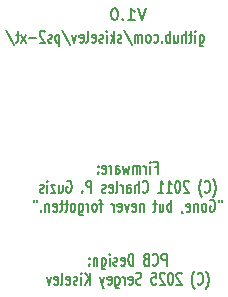
<source format=gbr>
%TF.GenerationSoftware,KiCad,Pcbnew,(6.0.2)*%
%TF.CreationDate,2025-12-01T11:41:35-08:00*%
%TF.ProjectId,ps2-xt,7073322d-7874-42e6-9b69-6361645f7063,rev?*%
%TF.SameCoordinates,Original*%
%TF.FileFunction,Legend,Bot*%
%TF.FilePolarity,Positive*%
%FSLAX46Y46*%
G04 Gerber Fmt 4.6, Leading zero omitted, Abs format (unit mm)*
G04 Created by KiCad (PCBNEW (6.0.2)) date 2025-12-01 11:41:35*
%MOMM*%
%LPD*%
G01*
G04 APERTURE LIST*
%ADD10C,0.150000*%
G04 APERTURE END LIST*
D10*
X140271309Y-87717380D02*
X139937976Y-88717380D01*
X139604642Y-87717380D01*
X138747500Y-88717380D02*
X139318928Y-88717380D01*
X139033214Y-88717380D02*
X139033214Y-87717380D01*
X139128452Y-87860238D01*
X139223690Y-87955476D01*
X139318928Y-88003095D01*
X138318928Y-88622142D02*
X138271309Y-88669761D01*
X138318928Y-88717380D01*
X138366547Y-88669761D01*
X138318928Y-88622142D01*
X138318928Y-88717380D01*
X137652261Y-87717380D02*
X137557023Y-87717380D01*
X137461785Y-87765000D01*
X137414166Y-87812619D01*
X137366547Y-87907857D01*
X137318928Y-88098333D01*
X137318928Y-88336428D01*
X137366547Y-88526904D01*
X137414166Y-88622142D01*
X137461785Y-88669761D01*
X137557023Y-88717380D01*
X137652261Y-88717380D01*
X137747500Y-88669761D01*
X137795119Y-88622142D01*
X137842738Y-88526904D01*
X137890357Y-88336428D01*
X137890357Y-88098333D01*
X137842738Y-87907857D01*
X137795119Y-87812619D01*
X137747500Y-87765000D01*
X137652261Y-87717380D01*
X144806785Y-89955714D02*
X144806785Y-90765238D01*
X144842500Y-90860476D01*
X144878214Y-90908095D01*
X144949642Y-90955714D01*
X145056785Y-90955714D01*
X145128214Y-90908095D01*
X144806785Y-90574761D02*
X144878214Y-90622380D01*
X145021071Y-90622380D01*
X145092500Y-90574761D01*
X145128214Y-90527142D01*
X145163928Y-90431904D01*
X145163928Y-90146190D01*
X145128214Y-90050952D01*
X145092500Y-90003333D01*
X145021071Y-89955714D01*
X144878214Y-89955714D01*
X144806785Y-90003333D01*
X144449642Y-90622380D02*
X144449642Y-89955714D01*
X144449642Y-89622380D02*
X144485357Y-89670000D01*
X144449642Y-89717619D01*
X144413928Y-89670000D01*
X144449642Y-89622380D01*
X144449642Y-89717619D01*
X144199642Y-89955714D02*
X143913928Y-89955714D01*
X144092500Y-89622380D02*
X144092500Y-90479523D01*
X144056785Y-90574761D01*
X143985357Y-90622380D01*
X143913928Y-90622380D01*
X143663928Y-90622380D02*
X143663928Y-89622380D01*
X143342500Y-90622380D02*
X143342500Y-90098571D01*
X143378214Y-90003333D01*
X143449642Y-89955714D01*
X143556785Y-89955714D01*
X143628214Y-90003333D01*
X143663928Y-90050952D01*
X142663928Y-89955714D02*
X142663928Y-90622380D01*
X142985357Y-89955714D02*
X142985357Y-90479523D01*
X142949642Y-90574761D01*
X142878214Y-90622380D01*
X142771071Y-90622380D01*
X142699642Y-90574761D01*
X142663928Y-90527142D01*
X142306785Y-90622380D02*
X142306785Y-89622380D01*
X142306785Y-90003333D02*
X142235357Y-89955714D01*
X142092500Y-89955714D01*
X142021071Y-90003333D01*
X141985357Y-90050952D01*
X141949642Y-90146190D01*
X141949642Y-90431904D01*
X141985357Y-90527142D01*
X142021071Y-90574761D01*
X142092500Y-90622380D01*
X142235357Y-90622380D01*
X142306785Y-90574761D01*
X141628214Y-90527142D02*
X141592500Y-90574761D01*
X141628214Y-90622380D01*
X141663928Y-90574761D01*
X141628214Y-90527142D01*
X141628214Y-90622380D01*
X140949642Y-90574761D02*
X141021071Y-90622380D01*
X141163928Y-90622380D01*
X141235357Y-90574761D01*
X141271071Y-90527142D01*
X141306785Y-90431904D01*
X141306785Y-90146190D01*
X141271071Y-90050952D01*
X141235357Y-90003333D01*
X141163928Y-89955714D01*
X141021071Y-89955714D01*
X140949642Y-90003333D01*
X140521071Y-90622380D02*
X140592500Y-90574761D01*
X140628214Y-90527142D01*
X140663928Y-90431904D01*
X140663928Y-90146190D01*
X140628214Y-90050952D01*
X140592500Y-90003333D01*
X140521071Y-89955714D01*
X140413928Y-89955714D01*
X140342500Y-90003333D01*
X140306785Y-90050952D01*
X140271071Y-90146190D01*
X140271071Y-90431904D01*
X140306785Y-90527142D01*
X140342500Y-90574761D01*
X140413928Y-90622380D01*
X140521071Y-90622380D01*
X139949642Y-90622380D02*
X139949642Y-89955714D01*
X139949642Y-90050952D02*
X139913928Y-90003333D01*
X139842500Y-89955714D01*
X139735357Y-89955714D01*
X139663928Y-90003333D01*
X139628214Y-90098571D01*
X139628214Y-90622380D01*
X139628214Y-90098571D02*
X139592500Y-90003333D01*
X139521071Y-89955714D01*
X139413928Y-89955714D01*
X139342500Y-90003333D01*
X139306785Y-90098571D01*
X139306785Y-90622380D01*
X138413928Y-89574761D02*
X139056785Y-90860476D01*
X138199642Y-90574761D02*
X138128214Y-90622380D01*
X137985357Y-90622380D01*
X137913928Y-90574761D01*
X137878214Y-90479523D01*
X137878214Y-90431904D01*
X137913928Y-90336666D01*
X137985357Y-90289047D01*
X138092500Y-90289047D01*
X138163928Y-90241428D01*
X138199642Y-90146190D01*
X138199642Y-90098571D01*
X138163928Y-90003333D01*
X138092500Y-89955714D01*
X137985357Y-89955714D01*
X137913928Y-90003333D01*
X137556785Y-90622380D02*
X137556785Y-89622380D01*
X137485357Y-90241428D02*
X137271071Y-90622380D01*
X137271071Y-89955714D02*
X137556785Y-90336666D01*
X136949642Y-90622380D02*
X136949642Y-89955714D01*
X136949642Y-89622380D02*
X136985357Y-89670000D01*
X136949642Y-89717619D01*
X136913928Y-89670000D01*
X136949642Y-89622380D01*
X136949642Y-89717619D01*
X136628214Y-90574761D02*
X136556785Y-90622380D01*
X136413928Y-90622380D01*
X136342500Y-90574761D01*
X136306785Y-90479523D01*
X136306785Y-90431904D01*
X136342500Y-90336666D01*
X136413928Y-90289047D01*
X136521071Y-90289047D01*
X136592500Y-90241428D01*
X136628214Y-90146190D01*
X136628214Y-90098571D01*
X136592500Y-90003333D01*
X136521071Y-89955714D01*
X136413928Y-89955714D01*
X136342500Y-90003333D01*
X135699642Y-90574761D02*
X135771071Y-90622380D01*
X135913928Y-90622380D01*
X135985357Y-90574761D01*
X136021071Y-90479523D01*
X136021071Y-90098571D01*
X135985357Y-90003333D01*
X135913928Y-89955714D01*
X135771071Y-89955714D01*
X135699642Y-90003333D01*
X135663928Y-90098571D01*
X135663928Y-90193809D01*
X136021071Y-90289047D01*
X135235357Y-90622380D02*
X135306785Y-90574761D01*
X135342500Y-90479523D01*
X135342500Y-89622380D01*
X134663928Y-90574761D02*
X134735357Y-90622380D01*
X134878214Y-90622380D01*
X134949642Y-90574761D01*
X134985357Y-90479523D01*
X134985357Y-90098571D01*
X134949642Y-90003333D01*
X134878214Y-89955714D01*
X134735357Y-89955714D01*
X134663928Y-90003333D01*
X134628214Y-90098571D01*
X134628214Y-90193809D01*
X134985357Y-90289047D01*
X134378214Y-89955714D02*
X134199642Y-90622380D01*
X134021071Y-89955714D01*
X133199642Y-89574761D02*
X133842500Y-90860476D01*
X132949642Y-89955714D02*
X132949642Y-90955714D01*
X132949642Y-90003333D02*
X132878214Y-89955714D01*
X132735357Y-89955714D01*
X132663928Y-90003333D01*
X132628214Y-90050952D01*
X132592500Y-90146190D01*
X132592500Y-90431904D01*
X132628214Y-90527142D01*
X132663928Y-90574761D01*
X132735357Y-90622380D01*
X132878214Y-90622380D01*
X132949642Y-90574761D01*
X132306785Y-90574761D02*
X132235357Y-90622380D01*
X132092500Y-90622380D01*
X132021071Y-90574761D01*
X131985357Y-90479523D01*
X131985357Y-90431904D01*
X132021071Y-90336666D01*
X132092500Y-90289047D01*
X132199642Y-90289047D01*
X132271071Y-90241428D01*
X132306785Y-90146190D01*
X132306785Y-90098571D01*
X132271071Y-90003333D01*
X132199642Y-89955714D01*
X132092500Y-89955714D01*
X132021071Y-90003333D01*
X131699642Y-89717619D02*
X131663928Y-89670000D01*
X131592500Y-89622380D01*
X131413928Y-89622380D01*
X131342500Y-89670000D01*
X131306785Y-89717619D01*
X131271071Y-89812857D01*
X131271071Y-89908095D01*
X131306785Y-90050952D01*
X131735357Y-90622380D01*
X131271071Y-90622380D01*
X130949642Y-90241428D02*
X130378214Y-90241428D01*
X130092500Y-90622380D02*
X129699642Y-89955714D01*
X130092500Y-89955714D02*
X129699642Y-90622380D01*
X129521071Y-89955714D02*
X129235357Y-89955714D01*
X129413928Y-89622380D02*
X129413928Y-90479523D01*
X129378214Y-90574761D01*
X129306785Y-90622380D01*
X129235357Y-90622380D01*
X128449642Y-89574761D02*
X129092500Y-90860476D01*
X141015357Y-101188571D02*
X141265357Y-101188571D01*
X141265357Y-101712380D02*
X141265357Y-100712380D01*
X140908214Y-100712380D01*
X140622500Y-101712380D02*
X140622500Y-101045714D01*
X140622500Y-100712380D02*
X140658214Y-100760000D01*
X140622500Y-100807619D01*
X140586785Y-100760000D01*
X140622500Y-100712380D01*
X140622500Y-100807619D01*
X140265357Y-101712380D02*
X140265357Y-101045714D01*
X140265357Y-101236190D02*
X140229642Y-101140952D01*
X140193928Y-101093333D01*
X140122500Y-101045714D01*
X140051071Y-101045714D01*
X139801071Y-101712380D02*
X139801071Y-101045714D01*
X139801071Y-101140952D02*
X139765357Y-101093333D01*
X139693928Y-101045714D01*
X139586785Y-101045714D01*
X139515357Y-101093333D01*
X139479642Y-101188571D01*
X139479642Y-101712380D01*
X139479642Y-101188571D02*
X139443928Y-101093333D01*
X139372500Y-101045714D01*
X139265357Y-101045714D01*
X139193928Y-101093333D01*
X139158214Y-101188571D01*
X139158214Y-101712380D01*
X138872500Y-101045714D02*
X138729642Y-101712380D01*
X138586785Y-101236190D01*
X138443928Y-101712380D01*
X138301071Y-101045714D01*
X137693928Y-101712380D02*
X137693928Y-101188571D01*
X137729642Y-101093333D01*
X137801071Y-101045714D01*
X137943928Y-101045714D01*
X138015357Y-101093333D01*
X137693928Y-101664761D02*
X137765357Y-101712380D01*
X137943928Y-101712380D01*
X138015357Y-101664761D01*
X138051071Y-101569523D01*
X138051071Y-101474285D01*
X138015357Y-101379047D01*
X137943928Y-101331428D01*
X137765357Y-101331428D01*
X137693928Y-101283809D01*
X137336785Y-101712380D02*
X137336785Y-101045714D01*
X137336785Y-101236190D02*
X137301071Y-101140952D01*
X137265357Y-101093333D01*
X137193928Y-101045714D01*
X137122500Y-101045714D01*
X136586785Y-101664761D02*
X136658214Y-101712380D01*
X136801071Y-101712380D01*
X136872500Y-101664761D01*
X136908214Y-101569523D01*
X136908214Y-101188571D01*
X136872500Y-101093333D01*
X136801071Y-101045714D01*
X136658214Y-101045714D01*
X136586785Y-101093333D01*
X136551071Y-101188571D01*
X136551071Y-101283809D01*
X136908214Y-101379047D01*
X136229642Y-101617142D02*
X136193928Y-101664761D01*
X136229642Y-101712380D01*
X136265357Y-101664761D01*
X136229642Y-101617142D01*
X136229642Y-101712380D01*
X136229642Y-101093333D02*
X136193928Y-101140952D01*
X136229642Y-101188571D01*
X136265357Y-101140952D01*
X136229642Y-101093333D01*
X136229642Y-101188571D01*
X145961785Y-103703333D02*
X145997500Y-103655714D01*
X146068928Y-103512857D01*
X146104642Y-103417619D01*
X146140357Y-103274761D01*
X146176071Y-103036666D01*
X146176071Y-102846190D01*
X146140357Y-102608095D01*
X146104642Y-102465238D01*
X146068928Y-102370000D01*
X145997500Y-102227142D01*
X145961785Y-102179523D01*
X145247500Y-103227142D02*
X145283214Y-103274761D01*
X145390357Y-103322380D01*
X145461785Y-103322380D01*
X145568928Y-103274761D01*
X145640357Y-103179523D01*
X145676071Y-103084285D01*
X145711785Y-102893809D01*
X145711785Y-102750952D01*
X145676071Y-102560476D01*
X145640357Y-102465238D01*
X145568928Y-102370000D01*
X145461785Y-102322380D01*
X145390357Y-102322380D01*
X145283214Y-102370000D01*
X145247500Y-102417619D01*
X144997500Y-103703333D02*
X144961785Y-103655714D01*
X144890357Y-103512857D01*
X144854642Y-103417619D01*
X144818928Y-103274761D01*
X144783214Y-103036666D01*
X144783214Y-102846190D01*
X144818928Y-102608095D01*
X144854642Y-102465238D01*
X144890357Y-102370000D01*
X144961785Y-102227142D01*
X144997500Y-102179523D01*
X143890357Y-102417619D02*
X143854642Y-102370000D01*
X143783214Y-102322380D01*
X143604642Y-102322380D01*
X143533214Y-102370000D01*
X143497500Y-102417619D01*
X143461785Y-102512857D01*
X143461785Y-102608095D01*
X143497500Y-102750952D01*
X143926071Y-103322380D01*
X143461785Y-103322380D01*
X142997500Y-102322380D02*
X142926071Y-102322380D01*
X142854642Y-102370000D01*
X142818928Y-102417619D01*
X142783214Y-102512857D01*
X142747500Y-102703333D01*
X142747500Y-102941428D01*
X142783214Y-103131904D01*
X142818928Y-103227142D01*
X142854642Y-103274761D01*
X142926071Y-103322380D01*
X142997500Y-103322380D01*
X143068928Y-103274761D01*
X143104642Y-103227142D01*
X143140357Y-103131904D01*
X143176071Y-102941428D01*
X143176071Y-102703333D01*
X143140357Y-102512857D01*
X143104642Y-102417619D01*
X143068928Y-102370000D01*
X142997500Y-102322380D01*
X142033214Y-103322380D02*
X142461785Y-103322380D01*
X142247500Y-103322380D02*
X142247500Y-102322380D01*
X142318928Y-102465238D01*
X142390357Y-102560476D01*
X142461785Y-102608095D01*
X141318928Y-103322380D02*
X141747500Y-103322380D01*
X141533214Y-103322380D02*
X141533214Y-102322380D01*
X141604642Y-102465238D01*
X141676071Y-102560476D01*
X141747500Y-102608095D01*
X139997500Y-103227142D02*
X140033214Y-103274761D01*
X140140357Y-103322380D01*
X140211785Y-103322380D01*
X140318928Y-103274761D01*
X140390357Y-103179523D01*
X140426071Y-103084285D01*
X140461785Y-102893809D01*
X140461785Y-102750952D01*
X140426071Y-102560476D01*
X140390357Y-102465238D01*
X140318928Y-102370000D01*
X140211785Y-102322380D01*
X140140357Y-102322380D01*
X140033214Y-102370000D01*
X139997500Y-102417619D01*
X139676071Y-103322380D02*
X139676071Y-102322380D01*
X139354642Y-103322380D02*
X139354642Y-102798571D01*
X139390357Y-102703333D01*
X139461785Y-102655714D01*
X139568928Y-102655714D01*
X139640357Y-102703333D01*
X139676071Y-102750952D01*
X138676071Y-103322380D02*
X138676071Y-102798571D01*
X138711785Y-102703333D01*
X138783214Y-102655714D01*
X138926071Y-102655714D01*
X138997500Y-102703333D01*
X138676071Y-103274761D02*
X138747500Y-103322380D01*
X138926071Y-103322380D01*
X138997500Y-103274761D01*
X139033214Y-103179523D01*
X139033214Y-103084285D01*
X138997500Y-102989047D01*
X138926071Y-102941428D01*
X138747500Y-102941428D01*
X138676071Y-102893809D01*
X138318928Y-103322380D02*
X138318928Y-102655714D01*
X138318928Y-102846190D02*
X138283214Y-102750952D01*
X138247500Y-102703333D01*
X138176071Y-102655714D01*
X138104642Y-102655714D01*
X137747500Y-103322380D02*
X137818928Y-103274761D01*
X137854642Y-103179523D01*
X137854642Y-102322380D01*
X137176071Y-103274761D02*
X137247500Y-103322380D01*
X137390357Y-103322380D01*
X137461785Y-103274761D01*
X137497500Y-103179523D01*
X137497500Y-102798571D01*
X137461785Y-102703333D01*
X137390357Y-102655714D01*
X137247500Y-102655714D01*
X137176071Y-102703333D01*
X137140357Y-102798571D01*
X137140357Y-102893809D01*
X137497500Y-102989047D01*
X136854642Y-103274761D02*
X136783214Y-103322380D01*
X136640357Y-103322380D01*
X136568928Y-103274761D01*
X136533214Y-103179523D01*
X136533214Y-103131904D01*
X136568928Y-103036666D01*
X136640357Y-102989047D01*
X136747500Y-102989047D01*
X136818928Y-102941428D01*
X136854642Y-102846190D01*
X136854642Y-102798571D01*
X136818928Y-102703333D01*
X136747500Y-102655714D01*
X136640357Y-102655714D01*
X136568928Y-102703333D01*
X135640357Y-103322380D02*
X135640357Y-102322380D01*
X135354642Y-102322380D01*
X135283214Y-102370000D01*
X135247500Y-102417619D01*
X135211785Y-102512857D01*
X135211785Y-102655714D01*
X135247500Y-102750952D01*
X135283214Y-102798571D01*
X135354642Y-102846190D01*
X135640357Y-102846190D01*
X134890357Y-103227142D02*
X134854642Y-103274761D01*
X134890357Y-103322380D01*
X134926071Y-103274761D01*
X134890357Y-103227142D01*
X134890357Y-103322380D01*
X133568928Y-102370000D02*
X133640357Y-102322380D01*
X133747500Y-102322380D01*
X133854642Y-102370000D01*
X133926071Y-102465238D01*
X133961785Y-102560476D01*
X133997500Y-102750952D01*
X133997500Y-102893809D01*
X133961785Y-103084285D01*
X133926071Y-103179523D01*
X133854642Y-103274761D01*
X133747500Y-103322380D01*
X133676071Y-103322380D01*
X133568928Y-103274761D01*
X133533214Y-103227142D01*
X133533214Y-102893809D01*
X133676071Y-102893809D01*
X132890357Y-102655714D02*
X132890357Y-103322380D01*
X133211785Y-102655714D02*
X133211785Y-103179523D01*
X133176071Y-103274761D01*
X133104642Y-103322380D01*
X132997500Y-103322380D01*
X132926071Y-103274761D01*
X132890357Y-103227142D01*
X132604642Y-102655714D02*
X132211785Y-102655714D01*
X132604642Y-103322380D01*
X132211785Y-103322380D01*
X131926071Y-103322380D02*
X131926071Y-102655714D01*
X131926071Y-102322380D02*
X131961785Y-102370000D01*
X131926071Y-102417619D01*
X131890357Y-102370000D01*
X131926071Y-102322380D01*
X131926071Y-102417619D01*
X131604642Y-103274761D02*
X131533214Y-103322380D01*
X131390357Y-103322380D01*
X131318928Y-103274761D01*
X131283214Y-103179523D01*
X131283214Y-103131904D01*
X131318928Y-103036666D01*
X131390357Y-102989047D01*
X131497500Y-102989047D01*
X131568928Y-102941428D01*
X131604642Y-102846190D01*
X131604642Y-102798571D01*
X131568928Y-102703333D01*
X131497500Y-102655714D01*
X131390357Y-102655714D01*
X131318928Y-102703333D01*
X146711785Y-103932380D02*
X146711785Y-104122857D01*
X146426071Y-103932380D02*
X146426071Y-104122857D01*
X145711785Y-103980000D02*
X145783214Y-103932380D01*
X145890357Y-103932380D01*
X145997500Y-103980000D01*
X146068928Y-104075238D01*
X146104642Y-104170476D01*
X146140357Y-104360952D01*
X146140357Y-104503809D01*
X146104642Y-104694285D01*
X146068928Y-104789523D01*
X145997500Y-104884761D01*
X145890357Y-104932380D01*
X145818928Y-104932380D01*
X145711785Y-104884761D01*
X145676071Y-104837142D01*
X145676071Y-104503809D01*
X145818928Y-104503809D01*
X145247500Y-104932380D02*
X145318928Y-104884761D01*
X145354642Y-104837142D01*
X145390357Y-104741904D01*
X145390357Y-104456190D01*
X145354642Y-104360952D01*
X145318928Y-104313333D01*
X145247500Y-104265714D01*
X145140357Y-104265714D01*
X145068928Y-104313333D01*
X145033214Y-104360952D01*
X144997500Y-104456190D01*
X144997500Y-104741904D01*
X145033214Y-104837142D01*
X145068928Y-104884761D01*
X145140357Y-104932380D01*
X145247500Y-104932380D01*
X144676071Y-104265714D02*
X144676071Y-104932380D01*
X144676071Y-104360952D02*
X144640357Y-104313333D01*
X144568928Y-104265714D01*
X144461785Y-104265714D01*
X144390357Y-104313333D01*
X144354642Y-104408571D01*
X144354642Y-104932380D01*
X143711785Y-104884761D02*
X143783214Y-104932380D01*
X143926071Y-104932380D01*
X143997500Y-104884761D01*
X144033214Y-104789523D01*
X144033214Y-104408571D01*
X143997500Y-104313333D01*
X143926071Y-104265714D01*
X143783214Y-104265714D01*
X143711785Y-104313333D01*
X143676071Y-104408571D01*
X143676071Y-104503809D01*
X144033214Y-104599047D01*
X143318928Y-104884761D02*
X143318928Y-104932380D01*
X143354642Y-105027619D01*
X143390357Y-105075238D01*
X142426071Y-104932380D02*
X142426071Y-103932380D01*
X142426071Y-104313333D02*
X142354642Y-104265714D01*
X142211785Y-104265714D01*
X142140357Y-104313333D01*
X142104642Y-104360952D01*
X142068928Y-104456190D01*
X142068928Y-104741904D01*
X142104642Y-104837142D01*
X142140357Y-104884761D01*
X142211785Y-104932380D01*
X142354642Y-104932380D01*
X142426071Y-104884761D01*
X141426071Y-104265714D02*
X141426071Y-104932380D01*
X141747500Y-104265714D02*
X141747500Y-104789523D01*
X141711785Y-104884761D01*
X141640357Y-104932380D01*
X141533214Y-104932380D01*
X141461785Y-104884761D01*
X141426071Y-104837142D01*
X141176071Y-104265714D02*
X140890357Y-104265714D01*
X141068928Y-103932380D02*
X141068928Y-104789523D01*
X141033214Y-104884761D01*
X140961785Y-104932380D01*
X140890357Y-104932380D01*
X140068928Y-104265714D02*
X140068928Y-104932380D01*
X140068928Y-104360952D02*
X140033214Y-104313333D01*
X139961785Y-104265714D01*
X139854642Y-104265714D01*
X139783214Y-104313333D01*
X139747500Y-104408571D01*
X139747500Y-104932380D01*
X139104642Y-104884761D02*
X139176071Y-104932380D01*
X139318928Y-104932380D01*
X139390357Y-104884761D01*
X139426071Y-104789523D01*
X139426071Y-104408571D01*
X139390357Y-104313333D01*
X139318928Y-104265714D01*
X139176071Y-104265714D01*
X139104642Y-104313333D01*
X139068928Y-104408571D01*
X139068928Y-104503809D01*
X139426071Y-104599047D01*
X138818928Y-104265714D02*
X138640357Y-104932380D01*
X138461785Y-104265714D01*
X137890357Y-104884761D02*
X137961785Y-104932380D01*
X138104642Y-104932380D01*
X138176071Y-104884761D01*
X138211785Y-104789523D01*
X138211785Y-104408571D01*
X138176071Y-104313333D01*
X138104642Y-104265714D01*
X137961785Y-104265714D01*
X137890357Y-104313333D01*
X137854642Y-104408571D01*
X137854642Y-104503809D01*
X138211785Y-104599047D01*
X137533214Y-104932380D02*
X137533214Y-104265714D01*
X137533214Y-104456190D02*
X137497500Y-104360952D01*
X137461785Y-104313333D01*
X137390357Y-104265714D01*
X137318928Y-104265714D01*
X136604642Y-104265714D02*
X136318928Y-104265714D01*
X136497500Y-104932380D02*
X136497500Y-104075238D01*
X136461785Y-103980000D01*
X136390357Y-103932380D01*
X136318928Y-103932380D01*
X135961785Y-104932380D02*
X136033214Y-104884761D01*
X136068928Y-104837142D01*
X136104642Y-104741904D01*
X136104642Y-104456190D01*
X136068928Y-104360952D01*
X136033214Y-104313333D01*
X135961785Y-104265714D01*
X135854642Y-104265714D01*
X135783214Y-104313333D01*
X135747500Y-104360952D01*
X135711785Y-104456190D01*
X135711785Y-104741904D01*
X135747500Y-104837142D01*
X135783214Y-104884761D01*
X135854642Y-104932380D01*
X135961785Y-104932380D01*
X135390357Y-104932380D02*
X135390357Y-104265714D01*
X135390357Y-104456190D02*
X135354642Y-104360952D01*
X135318928Y-104313333D01*
X135247500Y-104265714D01*
X135176071Y-104265714D01*
X134604642Y-104265714D02*
X134604642Y-105075238D01*
X134640357Y-105170476D01*
X134676071Y-105218095D01*
X134747500Y-105265714D01*
X134854642Y-105265714D01*
X134926071Y-105218095D01*
X134604642Y-104884761D02*
X134676071Y-104932380D01*
X134818928Y-104932380D01*
X134890357Y-104884761D01*
X134926071Y-104837142D01*
X134961785Y-104741904D01*
X134961785Y-104456190D01*
X134926071Y-104360952D01*
X134890357Y-104313333D01*
X134818928Y-104265714D01*
X134676071Y-104265714D01*
X134604642Y-104313333D01*
X134140357Y-104932380D02*
X134211785Y-104884761D01*
X134247500Y-104837142D01*
X134283214Y-104741904D01*
X134283214Y-104456190D01*
X134247500Y-104360952D01*
X134211785Y-104313333D01*
X134140357Y-104265714D01*
X134033214Y-104265714D01*
X133961785Y-104313333D01*
X133926071Y-104360952D01*
X133890357Y-104456190D01*
X133890357Y-104741904D01*
X133926071Y-104837142D01*
X133961785Y-104884761D01*
X134033214Y-104932380D01*
X134140357Y-104932380D01*
X133676071Y-104265714D02*
X133390357Y-104265714D01*
X133568928Y-103932380D02*
X133568928Y-104789523D01*
X133533214Y-104884761D01*
X133461785Y-104932380D01*
X133390357Y-104932380D01*
X133247500Y-104265714D02*
X132961785Y-104265714D01*
X133140357Y-103932380D02*
X133140357Y-104789523D01*
X133104642Y-104884761D01*
X133033214Y-104932380D01*
X132961785Y-104932380D01*
X132426071Y-104884761D02*
X132497500Y-104932380D01*
X132640357Y-104932380D01*
X132711785Y-104884761D01*
X132747500Y-104789523D01*
X132747500Y-104408571D01*
X132711785Y-104313333D01*
X132640357Y-104265714D01*
X132497500Y-104265714D01*
X132426071Y-104313333D01*
X132390357Y-104408571D01*
X132390357Y-104503809D01*
X132747500Y-104599047D01*
X132068928Y-104265714D02*
X132068928Y-104932380D01*
X132068928Y-104360952D02*
X132033214Y-104313333D01*
X131961785Y-104265714D01*
X131854642Y-104265714D01*
X131783214Y-104313333D01*
X131747500Y-104408571D01*
X131747500Y-104932380D01*
X131390357Y-104837142D02*
X131354642Y-104884761D01*
X131390357Y-104932380D01*
X131426071Y-104884761D01*
X131390357Y-104837142D01*
X131390357Y-104932380D01*
X131068928Y-103932380D02*
X131068928Y-104122857D01*
X130783214Y-103932380D02*
X130783214Y-104122857D01*
X142015357Y-109502380D02*
X142015357Y-108502380D01*
X141729642Y-108502380D01*
X141658214Y-108550000D01*
X141622500Y-108597619D01*
X141586785Y-108692857D01*
X141586785Y-108835714D01*
X141622500Y-108930952D01*
X141658214Y-108978571D01*
X141729642Y-109026190D01*
X142015357Y-109026190D01*
X140836785Y-109407142D02*
X140872500Y-109454761D01*
X140979642Y-109502380D01*
X141051071Y-109502380D01*
X141158214Y-109454761D01*
X141229642Y-109359523D01*
X141265357Y-109264285D01*
X141301071Y-109073809D01*
X141301071Y-108930952D01*
X141265357Y-108740476D01*
X141229642Y-108645238D01*
X141158214Y-108550000D01*
X141051071Y-108502380D01*
X140979642Y-108502380D01*
X140872500Y-108550000D01*
X140836785Y-108597619D01*
X140265357Y-108978571D02*
X140158214Y-109026190D01*
X140122500Y-109073809D01*
X140086785Y-109169047D01*
X140086785Y-109311904D01*
X140122500Y-109407142D01*
X140158214Y-109454761D01*
X140229642Y-109502380D01*
X140515357Y-109502380D01*
X140515357Y-108502380D01*
X140265357Y-108502380D01*
X140193928Y-108550000D01*
X140158214Y-108597619D01*
X140122500Y-108692857D01*
X140122500Y-108788095D01*
X140158214Y-108883333D01*
X140193928Y-108930952D01*
X140265357Y-108978571D01*
X140515357Y-108978571D01*
X139193928Y-109502380D02*
X139193928Y-108502380D01*
X139015357Y-108502380D01*
X138908214Y-108550000D01*
X138836785Y-108645238D01*
X138801071Y-108740476D01*
X138765357Y-108930952D01*
X138765357Y-109073809D01*
X138801071Y-109264285D01*
X138836785Y-109359523D01*
X138908214Y-109454761D01*
X139015357Y-109502380D01*
X139193928Y-109502380D01*
X138158214Y-109454761D02*
X138229642Y-109502380D01*
X138372500Y-109502380D01*
X138443928Y-109454761D01*
X138479642Y-109359523D01*
X138479642Y-108978571D01*
X138443928Y-108883333D01*
X138372500Y-108835714D01*
X138229642Y-108835714D01*
X138158214Y-108883333D01*
X138122500Y-108978571D01*
X138122500Y-109073809D01*
X138479642Y-109169047D01*
X137836785Y-109454761D02*
X137765357Y-109502380D01*
X137622500Y-109502380D01*
X137551071Y-109454761D01*
X137515357Y-109359523D01*
X137515357Y-109311904D01*
X137551071Y-109216666D01*
X137622500Y-109169047D01*
X137729642Y-109169047D01*
X137801071Y-109121428D01*
X137836785Y-109026190D01*
X137836785Y-108978571D01*
X137801071Y-108883333D01*
X137729642Y-108835714D01*
X137622500Y-108835714D01*
X137551071Y-108883333D01*
X137193928Y-109502380D02*
X137193928Y-108835714D01*
X137193928Y-108502380D02*
X137229642Y-108550000D01*
X137193928Y-108597619D01*
X137158214Y-108550000D01*
X137193928Y-108502380D01*
X137193928Y-108597619D01*
X136515357Y-108835714D02*
X136515357Y-109645238D01*
X136551071Y-109740476D01*
X136586785Y-109788095D01*
X136658214Y-109835714D01*
X136765357Y-109835714D01*
X136836785Y-109788095D01*
X136515357Y-109454761D02*
X136586785Y-109502380D01*
X136729642Y-109502380D01*
X136801071Y-109454761D01*
X136836785Y-109407142D01*
X136872500Y-109311904D01*
X136872500Y-109026190D01*
X136836785Y-108930952D01*
X136801071Y-108883333D01*
X136729642Y-108835714D01*
X136586785Y-108835714D01*
X136515357Y-108883333D01*
X136158214Y-108835714D02*
X136158214Y-109502380D01*
X136158214Y-108930952D02*
X136122500Y-108883333D01*
X136051071Y-108835714D01*
X135943928Y-108835714D01*
X135872500Y-108883333D01*
X135836785Y-108978571D01*
X135836785Y-109502380D01*
X135479642Y-109407142D02*
X135443928Y-109454761D01*
X135479642Y-109502380D01*
X135515357Y-109454761D01*
X135479642Y-109407142D01*
X135479642Y-109502380D01*
X135479642Y-108883333D02*
X135443928Y-108930952D01*
X135479642Y-108978571D01*
X135515357Y-108930952D01*
X135479642Y-108883333D01*
X135479642Y-108978571D01*
X145354642Y-111493333D02*
X145390357Y-111445714D01*
X145461785Y-111302857D01*
X145497500Y-111207619D01*
X145533214Y-111064761D01*
X145568928Y-110826666D01*
X145568928Y-110636190D01*
X145533214Y-110398095D01*
X145497500Y-110255238D01*
X145461785Y-110160000D01*
X145390357Y-110017142D01*
X145354642Y-109969523D01*
X144640357Y-111017142D02*
X144676071Y-111064761D01*
X144783214Y-111112380D01*
X144854642Y-111112380D01*
X144961785Y-111064761D01*
X145033214Y-110969523D01*
X145068928Y-110874285D01*
X145104642Y-110683809D01*
X145104642Y-110540952D01*
X145068928Y-110350476D01*
X145033214Y-110255238D01*
X144961785Y-110160000D01*
X144854642Y-110112380D01*
X144783214Y-110112380D01*
X144676071Y-110160000D01*
X144640357Y-110207619D01*
X144390357Y-111493333D02*
X144354642Y-111445714D01*
X144283214Y-111302857D01*
X144247500Y-111207619D01*
X144211785Y-111064761D01*
X144176071Y-110826666D01*
X144176071Y-110636190D01*
X144211785Y-110398095D01*
X144247500Y-110255238D01*
X144283214Y-110160000D01*
X144354642Y-110017142D01*
X144390357Y-109969523D01*
X143283214Y-110207619D02*
X143247500Y-110160000D01*
X143176071Y-110112380D01*
X142997500Y-110112380D01*
X142926071Y-110160000D01*
X142890357Y-110207619D01*
X142854642Y-110302857D01*
X142854642Y-110398095D01*
X142890357Y-110540952D01*
X143318928Y-111112380D01*
X142854642Y-111112380D01*
X142390357Y-110112380D02*
X142318928Y-110112380D01*
X142247500Y-110160000D01*
X142211785Y-110207619D01*
X142176071Y-110302857D01*
X142140357Y-110493333D01*
X142140357Y-110731428D01*
X142176071Y-110921904D01*
X142211785Y-111017142D01*
X142247500Y-111064761D01*
X142318928Y-111112380D01*
X142390357Y-111112380D01*
X142461785Y-111064761D01*
X142497500Y-111017142D01*
X142533214Y-110921904D01*
X142568928Y-110731428D01*
X142568928Y-110493333D01*
X142533214Y-110302857D01*
X142497500Y-110207619D01*
X142461785Y-110160000D01*
X142390357Y-110112380D01*
X141854642Y-110207619D02*
X141818928Y-110160000D01*
X141747500Y-110112380D01*
X141568928Y-110112380D01*
X141497500Y-110160000D01*
X141461785Y-110207619D01*
X141426071Y-110302857D01*
X141426071Y-110398095D01*
X141461785Y-110540952D01*
X141890357Y-111112380D01*
X141426071Y-111112380D01*
X140747500Y-110112380D02*
X141104642Y-110112380D01*
X141140357Y-110588571D01*
X141104642Y-110540952D01*
X141033214Y-110493333D01*
X140854642Y-110493333D01*
X140783214Y-110540952D01*
X140747500Y-110588571D01*
X140711785Y-110683809D01*
X140711785Y-110921904D01*
X140747500Y-111017142D01*
X140783214Y-111064761D01*
X140854642Y-111112380D01*
X141033214Y-111112380D01*
X141104642Y-111064761D01*
X141140357Y-111017142D01*
X139854642Y-111064761D02*
X139747500Y-111112380D01*
X139568928Y-111112380D01*
X139497500Y-111064761D01*
X139461785Y-111017142D01*
X139426071Y-110921904D01*
X139426071Y-110826666D01*
X139461785Y-110731428D01*
X139497500Y-110683809D01*
X139568928Y-110636190D01*
X139711785Y-110588571D01*
X139783214Y-110540952D01*
X139818928Y-110493333D01*
X139854642Y-110398095D01*
X139854642Y-110302857D01*
X139818928Y-110207619D01*
X139783214Y-110160000D01*
X139711785Y-110112380D01*
X139533214Y-110112380D01*
X139426071Y-110160000D01*
X138818928Y-111064761D02*
X138890357Y-111112380D01*
X139033214Y-111112380D01*
X139104642Y-111064761D01*
X139140357Y-110969523D01*
X139140357Y-110588571D01*
X139104642Y-110493333D01*
X139033214Y-110445714D01*
X138890357Y-110445714D01*
X138818928Y-110493333D01*
X138783214Y-110588571D01*
X138783214Y-110683809D01*
X139140357Y-110779047D01*
X138461785Y-111112380D02*
X138461785Y-110445714D01*
X138461785Y-110636190D02*
X138426071Y-110540952D01*
X138390357Y-110493333D01*
X138318928Y-110445714D01*
X138247500Y-110445714D01*
X137676071Y-110445714D02*
X137676071Y-111255238D01*
X137711785Y-111350476D01*
X137747500Y-111398095D01*
X137818928Y-111445714D01*
X137926071Y-111445714D01*
X137997500Y-111398095D01*
X137676071Y-111064761D02*
X137747500Y-111112380D01*
X137890357Y-111112380D01*
X137961785Y-111064761D01*
X137997500Y-111017142D01*
X138033214Y-110921904D01*
X138033214Y-110636190D01*
X137997500Y-110540952D01*
X137961785Y-110493333D01*
X137890357Y-110445714D01*
X137747500Y-110445714D01*
X137676071Y-110493333D01*
X137033214Y-111064761D02*
X137104642Y-111112380D01*
X137247500Y-111112380D01*
X137318928Y-111064761D01*
X137354642Y-110969523D01*
X137354642Y-110588571D01*
X137318928Y-110493333D01*
X137247500Y-110445714D01*
X137104642Y-110445714D01*
X137033214Y-110493333D01*
X136997500Y-110588571D01*
X136997500Y-110683809D01*
X137354642Y-110779047D01*
X136747500Y-110445714D02*
X136568928Y-111112380D01*
X136390357Y-110445714D02*
X136568928Y-111112380D01*
X136640357Y-111350476D01*
X136676071Y-111398095D01*
X136747500Y-111445714D01*
X135533214Y-111112380D02*
X135533214Y-110112380D01*
X135104642Y-111112380D02*
X135426071Y-110540952D01*
X135104642Y-110112380D02*
X135533214Y-110683809D01*
X134783214Y-111112380D02*
X134783214Y-110445714D01*
X134783214Y-110112380D02*
X134818928Y-110160000D01*
X134783214Y-110207619D01*
X134747500Y-110160000D01*
X134783214Y-110112380D01*
X134783214Y-110207619D01*
X134461785Y-111064761D02*
X134390357Y-111112380D01*
X134247500Y-111112380D01*
X134176071Y-111064761D01*
X134140357Y-110969523D01*
X134140357Y-110921904D01*
X134176071Y-110826666D01*
X134247500Y-110779047D01*
X134354642Y-110779047D01*
X134426071Y-110731428D01*
X134461785Y-110636190D01*
X134461785Y-110588571D01*
X134426071Y-110493333D01*
X134354642Y-110445714D01*
X134247500Y-110445714D01*
X134176071Y-110493333D01*
X133533214Y-111064761D02*
X133604642Y-111112380D01*
X133747500Y-111112380D01*
X133818928Y-111064761D01*
X133854642Y-110969523D01*
X133854642Y-110588571D01*
X133818928Y-110493333D01*
X133747500Y-110445714D01*
X133604642Y-110445714D01*
X133533214Y-110493333D01*
X133497500Y-110588571D01*
X133497500Y-110683809D01*
X133854642Y-110779047D01*
X133068928Y-111112380D02*
X133140357Y-111064761D01*
X133176071Y-110969523D01*
X133176071Y-110112380D01*
X132497500Y-111064761D02*
X132568928Y-111112380D01*
X132711785Y-111112380D01*
X132783214Y-111064761D01*
X132818928Y-110969523D01*
X132818928Y-110588571D01*
X132783214Y-110493333D01*
X132711785Y-110445714D01*
X132568928Y-110445714D01*
X132497500Y-110493333D01*
X132461785Y-110588571D01*
X132461785Y-110683809D01*
X132818928Y-110779047D01*
X132211785Y-110445714D02*
X132033214Y-111112380D01*
X131854642Y-110445714D01*
M02*

</source>
